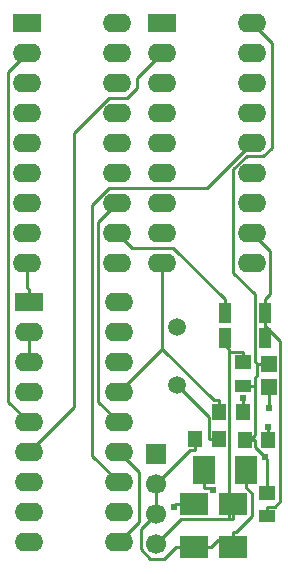
<source format=gtl>
G04 Layer: TopLayer*
G04 EasyEDA v6.5.34, 2023-08-27 08:43:48*
G04 90a6fbf4bffc4057ae6bdd16324da943,d57712b53ce844a48ecc409583de2b89,10*
G04 Gerber Generator version 0.2*
G04 Scale: 100 percent, Rotated: No, Reflected: No *
G04 Dimensions in millimeters *
G04 leading zeros omitted , absolute positions ,4 integer and 5 decimal *
%FSLAX45Y45*%
%MOMM*%

%AMMACRO1*21,1,$1,$2,0,0,$3*%
%ADD10C,0.2540*%
%ADD11MACRO1,1.35X1.41X0.0000*%
%ADD12R,1.3500X1.4100*%
%ADD13R,2.3760X1.9000*%
%ADD14R,1.9000X2.3760*%
%ADD15MACRO1,1.377X1.1325X0.0000*%
%ADD16R,1.3770X1.1325*%
%ADD17MACRO1,1.377X1.1325X90.0000*%
%ADD18R,1.1000X1.7000*%
%ADD19R,1.7000X1.7000*%
%ADD20C,1.7000*%
%ADD21R,2.4000X1.6000*%
%ADD22O,2.3999952X1.5999968*%
%ADD23C,1.5000*%
%ADD24C,0.6096*%

%LPD*%
D10*
X2410945Y4463338D02*
G01*
X2466393Y4463338D01*
X2486357Y4443374D01*
X2410945Y4610100D02*
G01*
X2410945Y4463338D01*
X2927708Y4717643D02*
G01*
X2842084Y4803267D01*
X2842084Y4864100D01*
X2946402Y4417999D02*
G01*
X2946402Y4698949D01*
X2927708Y4717643D01*
X2799793Y4864100D02*
G01*
X2840027Y4904333D01*
X2840027Y5322900D01*
X2799793Y4864100D02*
G01*
X2842084Y4864100D01*
X2757502Y4864100D02*
G01*
X2799793Y4864100D01*
X2819402Y8394700D02*
G01*
X2983511Y8230590D01*
X2983511Y7339584D01*
X2914525Y7270597D01*
X2772463Y7270597D01*
X2658290Y7156424D01*
X2658290Y6283274D01*
X2840154Y6101410D01*
X2840154Y5533694D01*
X2863649Y5510199D01*
X2959102Y5510199D02*
G01*
X2863649Y5510199D01*
X2743202Y5322900D02*
G01*
X2840027Y5322900D01*
X2863649Y5510199D02*
G01*
X2863649Y5414746D01*
X2840027Y5391124D01*
X2840027Y5322900D01*
X2959102Y5136286D02*
G01*
X2959102Y5310200D01*
X2541602Y5105400D02*
G01*
X2541602Y5202224D01*
X2057402Y5638800D02*
G01*
X1689102Y5270500D01*
X2057402Y6362700D02*
G01*
X2057402Y5638800D01*
X2057402Y5638800D02*
G01*
X2493977Y5202224D01*
X2541602Y5202224D01*
X2324102Y3960342D02*
G01*
X2177341Y3960342D01*
X2177341Y3960342D02*
G01*
X2076554Y3859555D01*
X1956869Y3859555D01*
X1874852Y3941571D01*
X1874852Y4110050D01*
X2006602Y4241800D01*
X2397483Y3960342D02*
G01*
X2324102Y3960342D01*
X2397483Y3960342D02*
G01*
X2470863Y3960342D01*
X2770659Y4610100D02*
G01*
X2770659Y4463338D01*
X2654302Y4021836D02*
G01*
X2532357Y4021836D01*
X2470863Y3960342D01*
X2654302Y4021836D02*
G01*
X2654302Y4083304D01*
X2654302Y3960342D02*
G01*
X2654302Y4021836D01*
X2770659Y4463338D02*
G01*
X2820748Y4413250D01*
X2820748Y4219016D01*
X2685036Y4083304D01*
X2654302Y4083304D01*
X2338402Y4876800D02*
G01*
X2338402Y4872151D01*
X2338402Y4828387D02*
G01*
X2338402Y4779975D01*
X2338402Y4828387D02*
G01*
X2338402Y4872151D01*
X2006602Y4241800D02*
G01*
X2006602Y4495800D01*
X2338402Y4779975D02*
G01*
X2290777Y4779975D01*
X2006602Y4495800D01*
X927102Y6032500D02*
G01*
X927102Y6140475D01*
X927102Y6140475D02*
G01*
X914402Y6153175D01*
X914402Y6362700D01*
X2957502Y4960924D02*
G01*
X2957502Y4978907D01*
X2957502Y4864100D02*
G01*
X2957502Y4960924D01*
X2177341Y4320057D02*
G01*
X2157148Y4299864D01*
X2324102Y4320057D02*
G01*
X2177341Y4320057D01*
X2626311Y5607507D02*
G01*
X2626311Y5630824D01*
X2585900Y5671235D01*
X2626311Y4197095D02*
G01*
X2626311Y5607507D01*
X2626311Y5607507D02*
G01*
X2743202Y5607507D01*
X2006602Y3987800D02*
G01*
X2214806Y4196003D01*
X2625219Y4196003D01*
X2626311Y4197095D01*
X2626311Y4197095D02*
G01*
X2654302Y4197095D01*
X2654302Y4320057D02*
G01*
X2654302Y4197095D01*
X2585900Y5727700D02*
G01*
X2585900Y5671235D01*
X2743202Y5522899D02*
G01*
X2743202Y5607507D01*
X2946402Y4218000D02*
G01*
X2946402Y4302582D01*
X2925904Y5727700D02*
G01*
X2925904Y5830646D01*
X2925904Y5943600D02*
G01*
X2925904Y5830646D01*
X2925904Y5830646D02*
G01*
X3054708Y5701842D01*
X3054708Y4347463D01*
X3009826Y4302582D01*
X2946402Y4302582D01*
X2925904Y5943600D02*
G01*
X2925904Y6056553D01*
X2925904Y6056553D02*
G01*
X2967992Y6098641D01*
X2967992Y6468110D01*
X2819402Y6616700D01*
X2741602Y5105400D02*
G01*
X2741602Y5220258D01*
X2538402Y4876800D02*
G01*
X2453820Y4876800D01*
X2184402Y5330317D02*
G01*
X2453820Y5060899D01*
X2453820Y4876800D01*
X927102Y5016500D02*
G01*
X755144Y5188457D01*
X755144Y7981442D01*
X914402Y8140700D01*
X2585900Y5943600D02*
G01*
X2585900Y6056553D01*
X2585900Y6056553D02*
G01*
X2148486Y6493967D01*
X1799135Y6493967D01*
X1676402Y6616700D01*
X1689102Y5016500D02*
G01*
X1515798Y5189804D01*
X1515798Y6710095D01*
X1676402Y6870700D01*
X1689102Y4000500D02*
G01*
X1857987Y4169384D01*
X1857987Y4593615D01*
X1689102Y4762500D01*
X1689102Y4508500D02*
G01*
X1464312Y4733289D01*
X1464312Y6858685D01*
X1603326Y6997700D01*
X2438402Y6997700D01*
X2819402Y7378700D01*
X927102Y5524500D02*
G01*
X927102Y5778500D01*
X2057402Y8140700D02*
G01*
X1848030Y7931327D01*
X1848030Y7845501D01*
X1762229Y7759700D01*
X1603275Y7759700D01*
X1308102Y7464526D01*
X1308102Y5143500D01*
X927102Y4762500D01*
D11*
G01*
X2959100Y5510202D03*
D12*
G01*
X2959100Y5310200D03*
D13*
G01*
X2324100Y3960342D03*
G01*
X2324100Y4320057D03*
G01*
X2654300Y3960342D03*
G01*
X2654300Y4320057D03*
D14*
G01*
X2770657Y4610100D03*
G01*
X2410942Y4610100D03*
D15*
G01*
X2946400Y4418004D03*
D16*
G01*
X2946400Y4218000D03*
D15*
G01*
X2743200Y5522904D03*
D16*
G01*
X2743200Y5322900D03*
D17*
G01*
X2957504Y4864100D03*
G01*
X2757495Y4864100D03*
G01*
X2741604Y5105400D03*
G01*
X2541595Y5105400D03*
G01*
X2538404Y4876800D03*
G01*
X2338395Y4876800D03*
D18*
G01*
X2925902Y5943600D03*
G01*
X2585897Y5943600D03*
G01*
X2925902Y5727700D03*
G01*
X2585897Y5727700D03*
D19*
G01*
X2006600Y4749800D03*
D20*
G01*
X2006600Y4495800D03*
G01*
X2006600Y4241800D03*
G01*
X2006600Y3987800D03*
D21*
G01*
X914400Y8394700D03*
D22*
G01*
X1676400Y6362700D03*
G01*
X914400Y8140700D03*
G01*
X1676400Y6616700D03*
G01*
X914400Y7886700D03*
G01*
X1676400Y6870700D03*
G01*
X914400Y7632700D03*
G01*
X1676400Y7124700D03*
G01*
X914400Y7378700D03*
G01*
X1676400Y7378700D03*
G01*
X914400Y7124700D03*
G01*
X1676400Y7632700D03*
G01*
X914400Y6870700D03*
G01*
X1676400Y7886700D03*
G01*
X914400Y6616700D03*
G01*
X1676400Y8140700D03*
G01*
X914400Y6362700D03*
G01*
X1676400Y8394700D03*
D21*
G01*
X2057400Y8394700D03*
D22*
G01*
X2819400Y6362700D03*
G01*
X2057400Y8140700D03*
G01*
X2819400Y6616700D03*
G01*
X2057400Y7886700D03*
G01*
X2819400Y6870700D03*
G01*
X2057400Y7632700D03*
G01*
X2819400Y7124700D03*
G01*
X2057400Y7378700D03*
G01*
X2819400Y7378700D03*
G01*
X2057400Y7124700D03*
G01*
X2819400Y7632700D03*
G01*
X2057400Y6870700D03*
G01*
X2819400Y7886700D03*
G01*
X2057400Y6616700D03*
G01*
X2819400Y8140700D03*
G01*
X2057400Y6362700D03*
G01*
X2819400Y8394700D03*
D21*
G01*
X927100Y6032500D03*
D22*
G01*
X1689100Y4000500D03*
G01*
X927100Y5778500D03*
G01*
X1689100Y4254500D03*
G01*
X927100Y5524500D03*
G01*
X1689100Y4508500D03*
G01*
X927100Y5270500D03*
G01*
X1689100Y4762500D03*
G01*
X927100Y5016500D03*
G01*
X1689100Y5016500D03*
G01*
X927100Y4762500D03*
G01*
X1689100Y5270500D03*
G01*
X927100Y4508500D03*
G01*
X1689100Y5524500D03*
G01*
X927100Y4254500D03*
G01*
X1689100Y5778500D03*
G01*
X927100Y4000500D03*
G01*
X1689100Y6032500D03*
D23*
G01*
X2184400Y5330291D03*
G01*
X2184400Y5820282D03*
D24*
G01*
X2927705Y4717643D03*
G01*
X2486355Y4443374D03*
G01*
X2959100Y5136286D03*
G01*
X2957499Y4978907D03*
G01*
X2157145Y4299864D03*
G01*
X2741599Y5220258D03*
M02*

</source>
